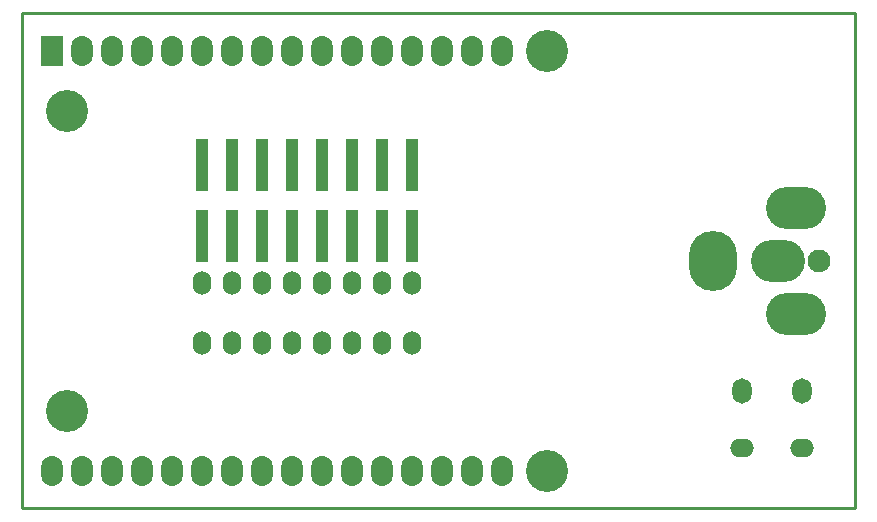
<source format=gts>
G04 #@! TF.GenerationSoftware,KiCad,Pcbnew,no-vcs-found-0633d90~59~ubuntu16.04.1*
G04 #@! TF.CreationDate,2017-07-14T14:52:39-04:00*
G04 #@! TF.ProjectId,power_switch_controller_3x2,706F7765725F7377697463685F636F6E,1.1*
G04 #@! TF.SameCoordinates,Original
G04 #@! TF.FileFunction,Soldermask,Top*
G04 #@! TF.FilePolarity,Negative*
%FSLAX46Y46*%
G04 Gerber Fmt 4.6, Leading zero omitted, Abs format (unit mm)*
G04 Created by KiCad (PCBNEW no-vcs-found-0633d90~59~ubuntu16.04.1) date Fri Jul 14 14:52:39 2017*
%MOMM*%
%LPD*%
G01*
G04 APERTURE LIST*
%ADD10C,0.228600*%
%ADD11C,3.556000*%
%ADD12O,1.854200X2.540000*%
%ADD13R,1.854200X2.540000*%
%ADD14O,2.032000X1.524000*%
%ADD15O,1.524000X2.032000*%
%ADD16C,1.930400*%
%ADD17O,4.572000X3.556000*%
%ADD18O,4.064000X5.080000*%
%ADD19O,5.080000X3.556000*%
%ADD20R,1.016000X4.495800*%
%ADD21O,1.651000X2.159000*%
G04 APERTURE END LIST*
D10*
X156210000Y-67945000D02*
X85725000Y-67945000D01*
X156210000Y-109855000D02*
X156210000Y-67945000D01*
X85725000Y-109855000D02*
X156210000Y-109855000D01*
X85725000Y-67945000D02*
X85725000Y-109855000D01*
D11*
X130175000Y-71120000D03*
X130175000Y-106680000D03*
X89535000Y-101600000D03*
X89535000Y-76200000D03*
D12*
X88265000Y-106680000D03*
X90805000Y-106680000D03*
X93345000Y-106680000D03*
X95885000Y-106680000D03*
X98425000Y-106680000D03*
X100965000Y-106680000D03*
X103505000Y-106680000D03*
X106045000Y-106680000D03*
X108585000Y-106680000D03*
X111125000Y-106680000D03*
X113665000Y-106680000D03*
X116205000Y-106680000D03*
X118745000Y-106680000D03*
X121285000Y-106680000D03*
X123825000Y-106680000D03*
X126365000Y-106680000D03*
X126365000Y-71120000D03*
X123825000Y-71120000D03*
X121285000Y-71120000D03*
X118745000Y-71120000D03*
X116205000Y-71120000D03*
X113665000Y-71120000D03*
X111125000Y-71120000D03*
X108585000Y-71120000D03*
X106045000Y-71120000D03*
X103505000Y-71120000D03*
X100965000Y-71120000D03*
X98425000Y-71120000D03*
X95885000Y-71120000D03*
D13*
X88265000Y-71120000D03*
D12*
X93345000Y-71120000D03*
X90805000Y-71120000D03*
D14*
X146685000Y-104775000D03*
X151765000Y-104775000D03*
D15*
X118745000Y-90805000D03*
X118745000Y-95885000D03*
X116205000Y-95885000D03*
X116205000Y-90805000D03*
X113665000Y-90805000D03*
X113665000Y-95885000D03*
X111125000Y-95885000D03*
X111125000Y-90805000D03*
X108585000Y-90805000D03*
X108585000Y-95885000D03*
X106045000Y-95885000D03*
X106045000Y-90805000D03*
X103505000Y-90805000D03*
X103505000Y-95885000D03*
X100965000Y-95885000D03*
X100965000Y-90805000D03*
D16*
X153212800Y-88900000D03*
D17*
X149707600Y-88900000D03*
D18*
X144221200Y-88900000D03*
D19*
X151206200Y-84404200D03*
X151206200Y-93395800D03*
D20*
X118745000Y-80822800D03*
X118745000Y-86817200D03*
X116205000Y-80822800D03*
X116205000Y-86817200D03*
X113665000Y-80822800D03*
X113665000Y-86817200D03*
X111125000Y-80822800D03*
X111125000Y-86817200D03*
X108585000Y-80822800D03*
X108585000Y-86817200D03*
X106045000Y-80822800D03*
X106045000Y-86817200D03*
X103505000Y-80822800D03*
X103505000Y-86817200D03*
X100965000Y-80822800D03*
X100965000Y-86817200D03*
D21*
X151765000Y-99974400D03*
X146685000Y-99974400D03*
M02*

</source>
